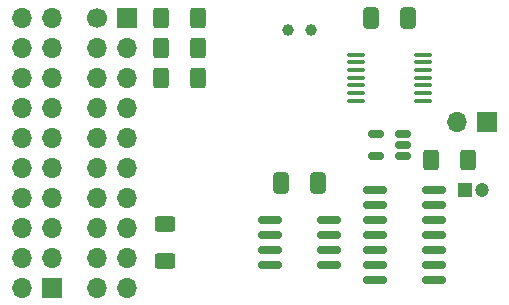
<source format=gts>
%TF.GenerationSoftware,KiCad,Pcbnew,(6.0.0-0)*%
%TF.CreationDate,2023-01-27T15:23:16+00:00*%
%TF.ProjectId,Userport RTC,55736572-706f-4727-9420-5254432e6b69,rev?*%
%TF.SameCoordinates,Original*%
%TF.FileFunction,Soldermask,Top*%
%TF.FilePolarity,Negative*%
%FSLAX46Y46*%
G04 Gerber Fmt 4.6, Leading zero omitted, Abs format (unit mm)*
G04 Created by KiCad (PCBNEW (6.0.0-0)) date 2023-01-27 15:23:16*
%MOMM*%
%LPD*%
G01*
G04 APERTURE LIST*
G04 Aperture macros list*
%AMRoundRect*
0 Rectangle with rounded corners*
0 $1 Rounding radius*
0 $2 $3 $4 $5 $6 $7 $8 $9 X,Y pos of 4 corners*
0 Add a 4 corners polygon primitive as box body*
4,1,4,$2,$3,$4,$5,$6,$7,$8,$9,$2,$3,0*
0 Add four circle primitives for the rounded corners*
1,1,$1+$1,$2,$3*
1,1,$1+$1,$4,$5*
1,1,$1+$1,$6,$7*
1,1,$1+$1,$8,$9*
0 Add four rect primitives between the rounded corners*
20,1,$1+$1,$2,$3,$4,$5,0*
20,1,$1+$1,$4,$5,$6,$7,0*
20,1,$1+$1,$6,$7,$8,$9,0*
20,1,$1+$1,$8,$9,$2,$3,0*%
G04 Aperture macros list end*
%ADD10RoundRect,0.150000X-0.825000X-0.150000X0.825000X-0.150000X0.825000X0.150000X-0.825000X0.150000X0*%
%ADD11R,1.200000X1.200000*%
%ADD12C,1.200000*%
%ADD13RoundRect,0.250000X0.625000X-0.400000X0.625000X0.400000X-0.625000X0.400000X-0.625000X-0.400000X0*%
%ADD14RoundRect,0.150000X0.512500X0.150000X-0.512500X0.150000X-0.512500X-0.150000X0.512500X-0.150000X0*%
%ADD15RoundRect,0.250000X0.412500X0.650000X-0.412500X0.650000X-0.412500X-0.650000X0.412500X-0.650000X0*%
%ADD16RoundRect,0.100000X-0.637500X-0.100000X0.637500X-0.100000X0.637500X0.100000X-0.637500X0.100000X0*%
%ADD17C,1.000000*%
%ADD18RoundRect,0.250000X-0.400000X-0.625000X0.400000X-0.625000X0.400000X0.625000X-0.400000X0.625000X0*%
%ADD19R,1.700000X1.700000*%
%ADD20O,1.700000X1.700000*%
%ADD21C,1.700000*%
G04 APERTURE END LIST*
D10*
X134685000Y-94615000D03*
X134685000Y-95885000D03*
X134685000Y-97155000D03*
X134685000Y-98425000D03*
X139635000Y-98425000D03*
X139635000Y-97155000D03*
X139635000Y-95885000D03*
X139635000Y-94615000D03*
D11*
X151130000Y-92075000D03*
D12*
X152630000Y-92075000D03*
D13*
X125730000Y-98070000D03*
X125730000Y-94970000D03*
D14*
X145917500Y-89215000D03*
X145917500Y-88265000D03*
X145917500Y-87315000D03*
X143642500Y-87315000D03*
X143642500Y-89215000D03*
D15*
X146342500Y-77470000D03*
X143217500Y-77470000D03*
D16*
X141917500Y-80600000D03*
X141917500Y-81250000D03*
X141917500Y-81900000D03*
X141917500Y-82550000D03*
X141917500Y-83200000D03*
X141917500Y-83850000D03*
X141917500Y-84500000D03*
X147642500Y-84500000D03*
X147642500Y-83850000D03*
X147642500Y-83200000D03*
X147642500Y-82550000D03*
X147642500Y-81900000D03*
X147642500Y-81250000D03*
X147642500Y-80600000D03*
D10*
X143575000Y-92075000D03*
X143575000Y-93345000D03*
X143575000Y-94615000D03*
X143575000Y-95885000D03*
X143575000Y-97155000D03*
X143575000Y-98425000D03*
X143575000Y-99695000D03*
X148525000Y-99695000D03*
X148525000Y-98425000D03*
X148525000Y-97155000D03*
X148525000Y-95885000D03*
X148525000Y-94615000D03*
X148525000Y-93345000D03*
X148525000Y-92075000D03*
D17*
X136210000Y-78550000D03*
X138110000Y-78550000D03*
D18*
X125450000Y-80010000D03*
X128550000Y-80010000D03*
X125450000Y-77470000D03*
X128550000Y-77470000D03*
D15*
X138722500Y-91440000D03*
X135597500Y-91440000D03*
D18*
X125450000Y-82550000D03*
X128550000Y-82550000D03*
X148310000Y-89535000D03*
X151410000Y-89535000D03*
D19*
X153040000Y-86290000D03*
D20*
X150500000Y-86290000D03*
D19*
X116205000Y-100330000D03*
D20*
X113665000Y-100330000D03*
X116205000Y-97790000D03*
X113665000Y-97790000D03*
X116205000Y-95250000D03*
X113665000Y-95250000D03*
X116205000Y-92710000D03*
X113665000Y-92710000D03*
X116205000Y-90170000D03*
X113665000Y-90170000D03*
X116205000Y-87630000D03*
X113665000Y-87630000D03*
X116205000Y-85090000D03*
X113665000Y-85090000D03*
X116205000Y-82550000D03*
X113665000Y-82550000D03*
X116205000Y-80010000D03*
X113665000Y-80010000D03*
X116205000Y-77470000D03*
X113665000Y-77470000D03*
D19*
X122500000Y-77475000D03*
D21*
X119960000Y-77475000D03*
D20*
X122500000Y-80015000D03*
X119960000Y-80015000D03*
X122500000Y-82555000D03*
X119960000Y-82555000D03*
X122500000Y-85095000D03*
X119960000Y-85095000D03*
X122500000Y-87635000D03*
X119960000Y-87635000D03*
X122500000Y-90175000D03*
X119960000Y-90175000D03*
X122500000Y-92715000D03*
X119960000Y-92715000D03*
X122500000Y-95255000D03*
X119960000Y-95255000D03*
X122500000Y-97795000D03*
X119960000Y-97795000D03*
X122500000Y-100335000D03*
X119960000Y-100335000D03*
M02*

</source>
